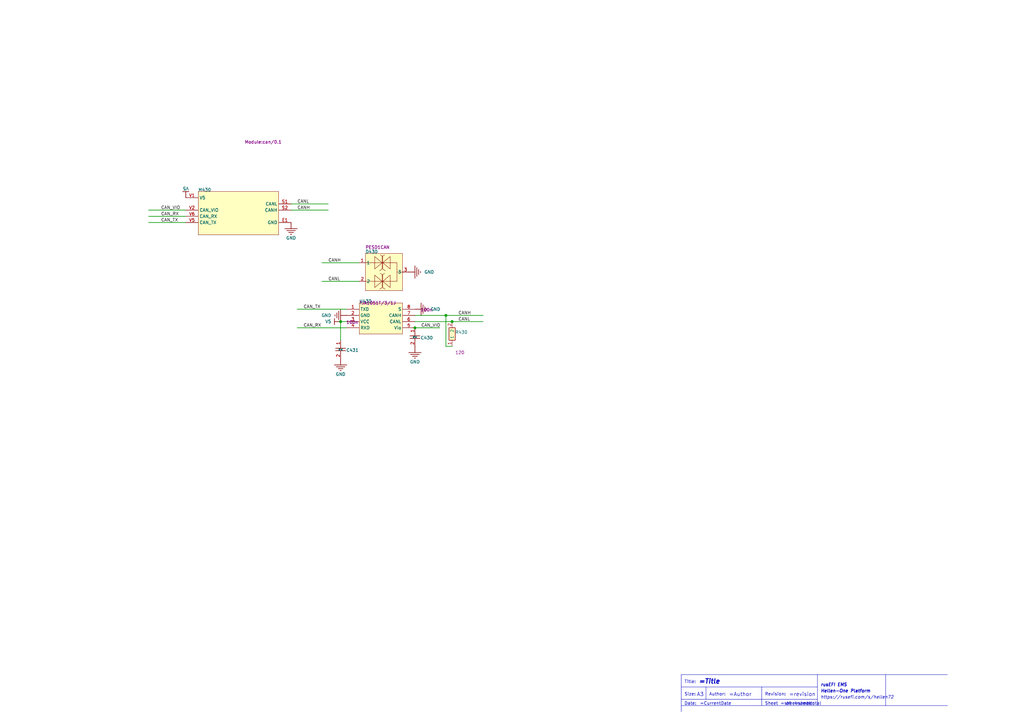
<source format=kicad_sch>
(kicad_sch (version 20210126) (generator eeschema)
  (paper "A3")
  (title_block (title "Hellen-One CAN") (rev "0.1"))
  (lib_symbols
    (symbol "hellen1-can-altium-import:0_Cap"
      (property "Value" "0_Cap" (at 0 0 0))
      (symbol "0_Cap_1_0"
        (polyline (pts (xy 2.032 -4.318) (xy -2.032 -4.318)) (stroke (width 0.254)))
        (polyline (pts (xy -2.032 -3.302) (xy 2.032 -3.302)) (stroke (width 0.254)))
        (polyline (pts (xy 0 -2.54) (xy 0 -3.302)) (stroke (width 0.254)))
        (polyline (pts (xy 0 -5.08) (xy 0 -4.318)) (stroke (width 0.254)))
        (pin passive line (at 0 0 270) (length 2.54) (name "1") (number "1"))
        (pin passive line (at 0 -7.62 90) (length 2.54) (name "2") (number "2"))
      )
    )
    (symbol "hellen1-can-altium-import:0_D TVS Array 2"
      (property "Value" "0_D TVS Array 2" (at 0 0 0))
      (symbol "0_D TVS Array 2_1_0"
        (rectangle (start 7.62 7.62) (end -7.62 -7.62) (fill (type background)))
        (polyline (pts (xy 2.54 6.35) (xy -0.508 3.81) (xy 2.54 1.27) (xy 2.54 6.35)))
        (polyline (pts (xy -1.524 7.112) (xy -0.508 6.35) (xy -0.508 1.27) (xy 0.508 0.508)))
        (polyline (pts (xy 5.334 3.81) (xy -7.62 3.81)))
        (polyline (pts (xy -3.81 6.35) (xy -0.762 3.81) (xy -3.81 1.27) (xy -3.81 6.35)))
        (polyline (pts (xy 0.254 7.112) (xy -0.762 6.35) (xy -0.762 1.27) (xy -1.778 0.508)))
        (polyline (pts (xy 2.54 -1.27) (xy -0.508 -3.81) (xy 2.54 -6.35) (xy 2.54 -1.27)))
        (polyline (pts (xy -1.524 -0.508) (xy -0.508 -1.27) (xy -0.508 -6.35) (xy 0.508 -7.112)))
        (polyline (pts (xy 5.334 -3.81) (xy -7.62 -3.81)))
        (polyline (pts (xy -3.81 -1.27) (xy -0.762 -3.81) (xy -3.81 -6.35) (xy -3.81 -1.27)))
        (polyline (pts (xy 0.254 -0.508) (xy -0.762 -1.27) (xy -0.762 -6.35) (xy -1.778 -7.112)))
        (polyline (pts (xy 5.334 3.81) (xy 5.334 -3.81)))
        (polyline (pts (xy 8.128 0) (xy 5.334 0)))
        (pin passive line (at 10.16 0 180) (length 2.54) (name "3") (number "3"))
        (pin passive line (at -10.16 3.81 0) (length 2.54) (name "1") (number "1"))
        (pin passive line (at -10.16 -3.81 0) (length 2.54) (name "2") (number "2"))
      )
    )
    (symbol "hellen1-can-altium-import:0_Mod-Hellen-CAN"
      (property "Value" "0_Mod-Hellen-CAN" (at 0 0 0))
      (symbol "0_Mod-Hellen-CAN_1_0"
        (rectangle (start 33.02 0) (end 0 -17.78) (fill (type background)))
        (pin passive line (at -5.08 -2.54 0) (length 5.08) (name "V5") (number "V1"))
        (pin passive line (at -5.08 -7.62 0) (length 5.08) (name "CAN_VIO") (number "V2"))
        (pin passive line (at 38.1 -7.62 180) (length 5.08) (name "CANH") (number "S2"))
        (pin passive line (at 38.1 -5.08 180) (length 5.08) (name "CANL") (number "S1"))
        (pin passive line (at -5.08 -12.7 0) (length 5.08) (name "CAN_TX") (number "V5"))
        (pin passive line (at -5.08 -10.16 0) (length 5.08) (name "CAN_RX") (number "V6"))
        (pin passive line (at 38.1 -12.7 180) (length 5.08) (name "GND") (number "E1"))
      )
    )
    (symbol "hellen1-can-altium-import:0_TJA1051T"
      (property "Value" "0_TJA1051T" (at 0 0 0))
      (symbol "0_TJA1051T_1_0"
        (rectangle (start 7.62 7.62) (end -10.16 -5.08) (fill (type background)))
        (pin input line (at -15.24 5.08 0) (length 5) (name "TXD") (number "1"))
        (pin passive line (at -15.24 2.54 0) (length 5) (name "GND") (number "2"))
        (pin power_in line (at -15.24 0 0) (length 5) (name "VCC") (number "3"))
        (pin passive line (at 12.6999 -2.54 180) (length 5) (name "Vio") (number "5"))
        (pin output line (at -15.24 -2.54 0) (length 5) (name "RXD") (number "4"))
        (pin passive line (at 12.6999 0 180) (length 5) (name "CANL") (number "6"))
        (pin passive line (at 12.6999 2.54 180) (length 5) (name "CANH") (number "7"))
        (pin passive line (at 12.6999 5.08 180) (length 5) (name "S") (number "8"))
      )
    )
    (symbol "hellen1-can-altium-import:2_Res"
      (property "Value" "2_Res" (at 0 0 0))
      (symbol "2_Res_1_0"
        (rectangle (start 1.27 7.62) (end -1.27 2.54) (stroke (width 0.254)) (fill (type background)))
        (pin passive line (at 0 10.16 270) (length 2.54) (name "2") (number "2"))
        (pin passive line (at 0 0 90) (length 2.54) (name "1") (number "1"))
      )
    )
    (symbol "hellen1-can-altium-import:GND" (power)
      (property "Reference" "#PWR" (at 0 0 0))
      (property "Value" "GND" (at 0 6.35 0))
      (symbol "GND_0_0"
        (polyline (pts (xy 0 0) (xy 0 -2.54)) (stroke (width 0.254)))
        (polyline (pts (xy -2.54 -2.54) (xy 2.54 -2.54)) (stroke (width 0.254)))
        (polyline (pts (xy -1.778 -3.302) (xy 1.778 -3.302)) (stroke (width 0.254)))
        (polyline (pts (xy -1.016 -4.064) (xy 1.016 -4.064)) (stroke (width 0.254)))
        (polyline (pts (xy -0.254 -4.826) (xy 0.254 -4.826)) (stroke (width 0.254)))
        (pin power_in line (at 0 0 0) (length 0) hide (name "GND") (number ""))
      )
    )
    (symbol "hellen1-can-altium-import:V5" (power)
      (property "Reference" "#PWR" (at 0 0 0))
      (property "Value" "V5" (at 0 3.81 0))
      (symbol "V5_0_0"
        (polyline (pts (xy 0 0) (xy 0 -2.54)) (stroke (width 0.254)))
        (polyline (pts (xy -1.27 -2.54) (xy 1.27 -2.54)) (stroke (width 0.254)))
        (pin power_in line (at 0 0 0) (length 0) hide (name "V5") (number ""))
      )
    )
  )
  (junction (at 139.7 131.9022) (diameter 1.016))
  (junction (at 170.18 134.4422) (diameter 1.016))
  (junction (at 182.88 129.3622) (diameter 1.016))
  (junction (at 185.42 131.9022) (diameter 1.016))
  (wire (pts (xy 76.2 86.1822) (xy 60.96 86.1822)) (stroke (width 0.254)))
  (wire (pts (xy 76.2 88.7222) (xy 60.96 88.7222)) (stroke (width 0.254)))
  (wire (pts (xy 76.2 91.2622) (xy 60.96 91.2622)) (stroke (width 0.254)))
  (wire (pts (xy 121.92 126.8222) (xy 142.24 126.8222)) (stroke (width 0.254)))
  (wire (pts (xy 121.92 134.4422) (xy 142.24 134.4422)) (stroke (width 0.254)))
  (wire (pts (xy 134.62 83.6422) (xy 119.38 83.6422)) (stroke (width 0.254)))
  (wire (pts (xy 134.62 86.1822) (xy 119.38 86.1822)) (stroke (width 0.254)))
  (wire (pts (xy 139.7 131.9022) (xy 139.7 139.5222)) (stroke (width 0.254)))
  (wire (pts (xy 142.24 131.9022) (xy 139.7 131.9022)) (stroke (width 0.254)))
  (wire (pts (xy 147.32 107.7722) (xy 132.08 107.7722)) (stroke (width 0.254)))
  (wire (pts (xy 147.32 115.3922) (xy 132.08 115.3922)) (stroke (width 0.254)))
  (wire (pts (xy 170.18 134.4422) (xy 180.34 134.4422)) (stroke (width 0.254)))
  (wire (pts (xy 182.88 129.3622) (xy 170.18 129.3622)) (stroke (width 0.254)))
  (wire (pts (xy 182.88 129.3622) (xy 182.88 142.0622)) (stroke (width 0.254)))
  (wire (pts (xy 182.88 142.0622) (xy 185.42 142.0622)) (stroke (width 0.254)))
  (wire (pts (xy 185.42 131.9022) (xy 170.18 131.9022)) (stroke (width 0.254)))
  (wire (pts (xy 198.12 129.3622) (xy 182.88 129.3622)) (stroke (width 0.254)))
  (wire (pts (xy 198.12 131.9022) (xy 185.42 131.9022)) (stroke (width 0.254)))
  (polyline (pts (xy 279.4 276.6822) (xy 279.4 291.9222)) (stroke (width 0) (type solid)))
  (polyline (pts (xy 279.4 281.7622) (xy 335.28 281.7622)) (stroke (width 0) (type solid)))
  (polyline (pts (xy 279.4 286.8422) (xy 335.28 286.8422)) (stroke (width 0) (type solid)))
  (polyline (pts (xy 289.56 281.7622) (xy 289.56 286.8422)) (stroke (width 0) (type solid)))
  (polyline (pts (xy 312.42 281.7622) (xy 312.42 289.3822)) (stroke (width 0) (type solid)))
  (polyline (pts (xy 335.28 276.6822) (xy 335.28 289.3822)) (stroke (width 0) (type solid)))
  (polyline (pts (xy 363.22 276.6822) (xy 279.4 276.6822)) (stroke (width 0) (type solid)))
  (polyline (pts (xy 363.22 276.6822) (xy 363.22 289.3822)) (stroke (width 0) (type solid)))
  (polyline (pts (xy 363.22 289.3822) (xy 279.4 289.3822)) (stroke (width 0) (type solid)))
  (polyline (pts (xy 363.22 289.3822) (xy 388.62 289.3822)) (stroke (width 0) (type solid)))
  (polyline (pts (xy 388.62 276.6822) (xy 363.22 276.6822)) (stroke (width 0) (type solid)))
  (text "Title:" (at 280.67 280.4922 180) (effects (font (size 1.27 1.27)) (justify left bottom)))
  (text "Size:" (at 280.67 285.5722 180) (effects (font (size 1.27 1.27)) (justify left bottom)))
  (text "Date:" (at 280.67 289.3822 180) (effects (font (size 1.27 1.27)) (justify left bottom)))
  (text "A3" (at 285.75 285.8262 180) (effects (font (size 1.524 1.524)) (justify left bottom)))
  (text "=Title" (at 286.512 280.7462 180) (effects (font (size 1.905 1.905) bold italic) (justify left bottom)))
  (text "=CurrentDate" (at 287.02 289.3822 180) (effects (font (size 1.27 1.27)) (justify left bottom)))
  (text "Author:" (at 290.83 285.5722 180) (effects (font (size 1.27 1.27)) (justify left bottom)))
  (text "=Author" (at 298.958 285.8262 180) (effects (font (size 1.524 1.524)) (justify left bottom)))
  (text "Revision:" (at 313.69 285.5722 180) (effects (font (size 1.27 1.27)) (justify left bottom)))
  (text "Sheet" (at 313.69 289.3822 180) (effects (font (size 1.27 1.27)) (justify left bottom)))
  (text "=sheetnumber" (at 320.04 289.3822 180) (effects (font (size 1.27 1.27)) (justify left bottom)))
  (text "of" (at 322.326 289.3822 180) (effects (font (size 1.27 1.27)) (justify left bottom)))
  (text "=revision" (at 323.596 285.8262 180) (effects (font (size 1.524 1.524)) (justify left bottom)))
  (text "=sheettotal" (at 325.628 289.3822 180) (effects (font (size 1.27 1.27)) (justify left bottom)))
  (text "rusEFI EMS" (at 336.55 281.7622 180) (effects (font (size 1.27 1.27) bold italic) (justify left bottom)))
  (text "Hellen-One Platform" (at 336.55 284.3022 180) (effects (font (size 1.27 1.27) bold italic) (justify left bottom)))
  (text "https://rusefi.com/s/hellen72" (at 336.55 286.8422 180) (effects (font (size 1.27 1.27) italic) (justify left bottom)))
  (label "CAN_VIO" (at 66.04 86.1822 0))
  (label "CAN_RX" (at 66.04 88.7222 0))
  (label "CAN_TX" (at 66.04 91.2622 0))
  (label "CANL" (at 121.92 83.6422 0))
  (label "CANH" (at 121.92 86.1822 0))
  (label "CAN_TX" (at 124.46 126.8222 0))
  (label "CAN_RX" (at 124.46 134.4422 0))
  (label "CANH" (at 134.62 107.7722 0))
  (label "CANL" (at 134.62 115.3922 0))
  (label "CAN_VIO" (at 172.72 134.4422 0))
  (label "CANH" (at 187.96 129.3622 0))
  (label "CANL" (at 187.96 131.9022 0))
  (symbol (lib_id "hellen1-can-altium-import:V5") (at 76.2 81.1022 180) (unit 1)
    (property "Reference" "#PWR?" (effects hide))
    (property "Value" "V5" (at 76.2 77.2922 -180))
  )
  (symbol (lib_id "hellen1-can-altium-import:V5") (at 139.7 131.9022 270) (unit 1)
    (property "Reference" "#PWR?" (effects hide))
    (property "Value" "V5" (at 135.89 131.9022 -270) (effects (justify right)))
  )
  (symbol (lib_id "hellen1-can-altium-import:GND") (at 119.38 91.2622 0) (unit 1)
    (property "Reference" "#PWR?" (effects hide))
    (property "Value" "GND" (at 119.38 97.6122 0))
  )
  (symbol (lib_id "hellen1-can-altium-import:GND") (at 139.7 147.1422 0) (unit 1)
    (property "Reference" "#PWR?" (effects hide))
    (property "Value" "GND" (at 139.7 153.4922 0))
  )
  (symbol (lib_id "hellen1-can-altium-import:GND") (at 142.24 129.3622 270) (unit 1)
    (property "Reference" "#PWR?" (effects hide))
    (property "Value" "GND" (at 135.89 129.3622 -270) (effects (justify right)))
  )
  (symbol (lib_id "hellen1-can-altium-import:GND") (at 167.64 111.5822 90) (unit 1)
    (property "Reference" "#PWR?" (effects hide))
    (property "Value" "GND" (at 173.99 111.5822 -90) (effects (justify left)))
  )
  (symbol (lib_id "hellen1-can-altium-import:GND") (at 170.18 126.8222 90) (unit 1)
    (property "Reference" "#PWR?" (effects hide))
    (property "Value" "GND" (at 176.53 126.8222 -90) (effects (justify left)))
  )
  (symbol (lib_id "hellen1-can-altium-import:GND") (at 170.18 142.0622 0) (unit 1)
    (property "Reference" "#PWR?" (effects hide))
    (property "Value" "GND" (at 170.18 148.4122 0))
  )
  (symbol (lib_id "hellen1-can-altium-import:2_Res") (at 185.42 142.0622 0) (unit 1)
    (property "Reference" "R430" (at 186.69 136.9822 0) (effects (justify left bottom)))
    (property "Fitted" "True" (effects hide))
    (property "PackageReference" "R0603" (effects hide))
    (property "Type" "SMD" (effects hide))
    (property "Supplier Part Number 1" "*" (effects hide))
    (property "Supplier Part Number 2" "*" (effects hide))
    (property "Supplier Part Number 3" "C22787" (effects hide))
    (property "Supplier 1" "Mouser" (effects hide))
    (property "Supplier 2" "DigiKey" (effects hide))
    (property "Supplier 3" "LCSC" (effects hide))
    (property "Comment" "120" (at 186.69 144.6022 0) (effects (justify left)))
  )
  (symbol (lib_id "hellen1-can-altium-import:0_Cap") (at 139.7 139.5222 0) (unit 1)
    (property "Reference" "C431" (at 141.986 144.3482 0) (effects (justify left bottom)))
    (property "Fitted" "True" (effects hide))
    (property "Supplier Part Number 1" "710-885012207079" (effects hide))
    (property "Supplier Part Number 2" "732-7673-1-ND" (effects hide))
    (property "Supplier 1" "Mouser" (effects hide))
    (property "Supplier 2" "Digi-Key" (effects hide))
    (property "PackageReference" "C0603" (effects hide))
    (property "Supplier Part Number 3" "C14663" (effects hide))
    (property "Type" "SMD" (effects hide))
    (property "Supplier 3" "LCSC" (effects hide))
    (property "Comment" "100n" (at 141.986 132.1562 0) (effects (justify left)))
  )
  (symbol (lib_id "hellen1-can-altium-import:0_Cap") (at 170.18 134.4422 0) (unit 1)
    (property "Reference" "C430" (at 172.466 139.2682 0) (effects (justify left bottom)))
    (property "Fitted" "True" (effects hide))
    (property "Supplier Part Number 1" "710-885012207079" (effects hide))
    (property "Supplier Part Number 2" "732-7673-1-ND" (effects hide))
    (property "Supplier 1" "Mouser" (effects hide))
    (property "Supplier 2" "Digi-Key" (effects hide))
    (property "PackageReference" "C0603" (effects hide))
    (property "Supplier Part Number 3" "C14663" (effects hide))
    (property "Type" "SMD" (effects hide))
    (property "Supplier 3" "LCSC" (effects hide))
    (property "Comment" "100n" (at 172.466 127.0762 0) (effects (justify left)))
  )
  (symbol (lib_id "hellen1-can-altium-import:0_D TVS Array 2") (at 157.48 111.5822 0) (unit 1)
    (property "Reference" "D430" (at 149.86 103.9622 0) (effects (justify left bottom)))
    (property "Fitted" "False" (effects hide))
    (property "Supplier Part Number 1" "621-DT1042-04SO-7" (effects hide))
    (property "Supplier Part Number 2" "DT1042-04SO-7DICT-ND" (effects hide))
    (property "Supplier 1" "Mouser" (effects hide))
    (property "Supplier 2" "Digi-Key" (effects hide))
    (property "Supplier Part Number 3" "C343993" (effects hide))
    (property "Supplier 3" "LCSC" (effects hide))
    (property "Type" "SMD" (effects hide))
    (property "PackageReference" "SOT-23" (effects hide))
    (property "Comment" "PESD1CAN" (at 149.86 101.4222 0) (effects (justify left)))
  )
  (symbol (lib_id "hellen1-can-altium-import:0_TJA1051T") (at 157.48 131.9022 0) (unit 1)
    (property "Reference" "U430" (at 147.32 124.2822 0) (effects (justify left bottom)))
    (property "Fitted" "True" (effects hide))
    (property "Supplier Part Number 3" "C38695" (effects hide))
    (property "Supplier Part Number 2" "*" (effects hide))
    (property "Supplier Part Number 1" "*" (effects hide))
    (property "Supplier 1" "Mouser" (effects hide))
    (property "Supplier 2" "DigiKey" (effects hide))
    (property "Supplier 3" "LCSC" (effects hide))
    (property "Type" "SMD" (effects hide))
    (property "PackageReference" "SO8" (effects hide))
    (property "Comment" "TJA1051T/3/1J" (at 147.32 124.2822 0) (effects (justify left)))
  )
  (symbol (lib_id "hellen1-can-altium-import:0_Mod-Hellen-CAN") (at 81.28 78.5622 0) (unit 1)
    (property "Reference" "M430" (at 81.28 78.5622 0) (effects (justify left bottom)))
    (property "Publisher" "andreika" (effects hide))
    (property "Supplier Part Number 1" "*" (effects hide))
    (property "Supplier Part Number 2" "*" (effects hide))
    (property "Supplier 1" "Mouser" (effects hide))
    (property "Supplier 2" "Digi-Key" (effects hide))
    (property "Fitted" "False" (effects hide))
    (property "Supplier 3" "LCSC" (effects hide))
    (property "Type" "Module" (effects hide))
    (property "Comment" "Module:can/0.1" (at 100.33 58.2422 0) (effects (justify left)))
  )
)
</source>
